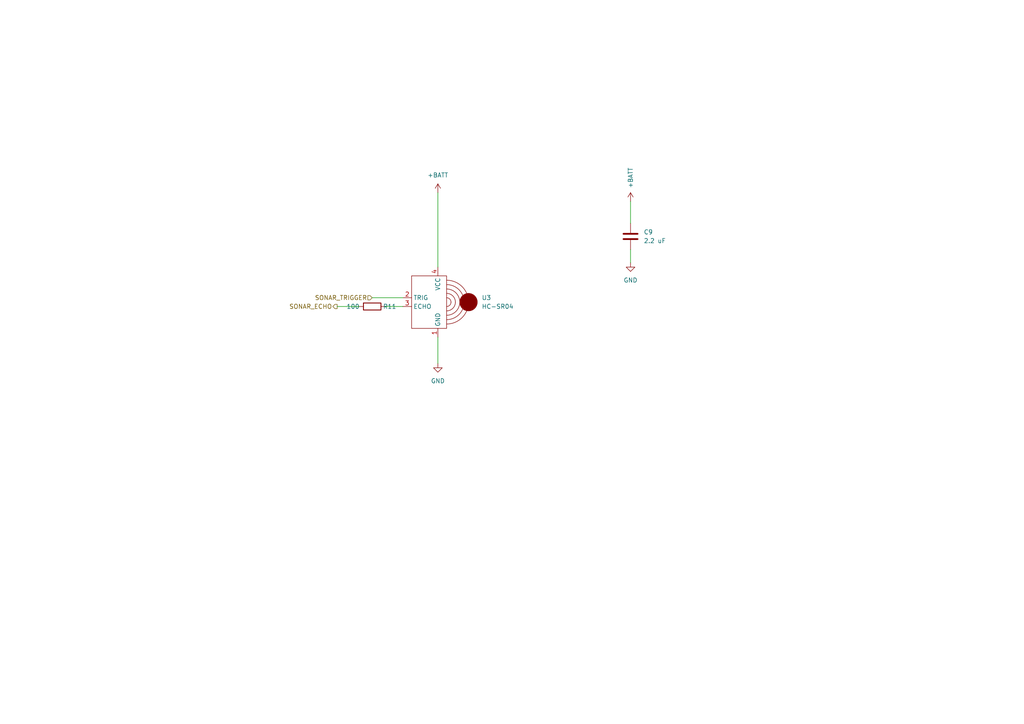
<source format=kicad_sch>
(kicad_sch (version 20230121) (generator eeschema)
  (paper "A4")
  (lib_symbols
    (symbol "Device:C" (pin_numbers hide) (pin_names (offset 0.254))
      (property "Reference" "C" (at 0.635 2.54 0))
      (property "Value" "C" (at 0.635 -2.54 0))
      (symbol "C_0_1"
        (polyline (pts (xy -2.032 -0.762) (xy 2.032 -0.762)) (stroke (width 0.508)))
        (polyline (pts (xy -2.032 0.762) (xy 2.032 0.762)) (stroke (width 0.508)))
      )
      (symbol "C_1_1"
        (pin passive line (at 0 3.81 270) (length 2.794) (name "~") (number "1"))
        (pin passive line (at 0 -3.81 90) (length 2.794) (name "~") (number "2"))
      )
    )
    (symbol "Device:R" (pin_numbers hide) (pin_names (offset 0))
      (property "Reference" "R" (at 2.032 0 90))
      (property "Value" "R" (at 0 0 90))
      (symbol "R_0_1"
        (rectangle (start -1.016 -2.54) (end 1.016 2.54) (stroke (width 0.254)))
      )
      (symbol "R_1_1"
        (pin passive line (at 0 3.81 270) (length 1.27) (name "~") (number "1"))
        (pin passive line (at 0 -3.81 90) (length 1.27) (name "~") (number "2"))
      )
    )
    (symbol "minimouse:HC-SR04"
      (property "Reference" "U" (at 0 0 0))
      (property "Value" "HC-SR04" (at 0 0 0))
      (symbol "HC-SR04_0_1"
        (rectangle (start -7.62 7.62) (end 2.54 -7.62))
        (arc (start 2.54 -6.35) (mid 7.0301 -4.4901) (end 8.89 0))
        (arc (start 2.54 -5.08) (mid 6.1321 -3.5921) (end 7.62 0))
        (arc (start 2.54 -3.81) (mid 5.2341 -2.6941) (end 6.35 0))
        (arc (start 2.54 -2.54) (mid 4.3361 -1.7961) (end 5.08 0))
        (arc (start 2.54 -1.27) (mid 3.438 -0.898) (end 3.81 0))
        (arc (start 3.81 0) (mid 3.438 0.898) (end 2.54 1.27))
        (arc (start 5.08 0) (mid 4.3361 1.7961) (end 2.54 2.54))
        (arc (start 6.35 0) (mid 5.2341 2.6941) (end 2.54 3.81))
        (arc (start 7.62 0) (mid 6.1321 3.5921) (end 2.54 5.08))
        (arc (start 8.89 0) (mid 7.0301 4.4901) (end 2.54 6.35))
      )
      (symbol "HC-SR04_1_1"
        (circle (center 8.89 0) (radius 2.54) (fill (type outline)))
        (pin power_in line (at 0 -10.16 90) (length 2.54) (name "GND") (number "1"))
        (pin input line (at -10.16 1.27 0) (length 2.54) (name "TRIG") (number "2"))
        (pin output line (at -10.16 -1.27 0) (length 2.54) (name "ECHO") (number "3"))
        (pin power_in line (at 0 10.16 270) (length 2.54) (name "VCC") (number "4"))
      )
    )
    (symbol "power:+BATT" (power) (pin_names (offset 0))
      (property "Value" "+BATT" (at 0 3.556 0))
      (symbol "+BATT_0_1"
        (polyline (pts (xy -0.762 1.27) (xy 0 2.54)))
        (polyline (pts (xy 0 0) (xy 0 2.54)))
        (polyline (pts (xy 0 2.54) (xy 0.762 1.27)))
      )
      (symbol "+BATT_1_1"
        (pin power_in line (at 0 0 90) (length 0) hide (name "+BATT") (number "1"))
      )
    )
    (symbol "power:GND" (power) (pin_names (offset 0))
      (property "Value" "GND" (at 0 -3.81 0))
      (symbol "GND_0_1"
        (polyline (pts (xy 0 0) (xy 0 -1.27) (xy 1.27 -1.27) (xy 0 -2.54) (xy -1.27 -1.27) (xy 0 -1.27)))
      )
      (symbol "GND_1_1"
        (pin power_in line (at 0 0 270) (length 0) hide (name "GND") (number "1"))
      )
    )
  )
  (wire (pts (xy 182.88 58.42) (xy 182.88 64.77)))
  (wire (pts (xy 127 97.79) (xy 127 105.41)))
  (wire (pts (xy 127 55.88) (xy 127 77.47)))
  (wire (pts (xy 107.95 86.36) (xy 116.84 86.36)))
  (wire (pts (xy 111.76 88.9) (xy 116.84 88.9)))
  (wire (pts (xy 182.88 72.39) (xy 182.88 76.2)))
  (wire (pts (xy 97.79 88.9) (xy 104.14 88.9)))
  (hierarchical_label "SONAR_TRIGGER" (shape input) (at 107.95 86.36 180))
  (hierarchical_label "SONAR_ECHO" (shape output) (at 97.79 88.9 180))
  (symbol (lib_id "Device:R") (at 107.95 88.9 90) (unit 1)
    (property "Reference" "R11" (at 113.03 88.9 90))
    (property "Value" "100 " (at 102.87 88.9 90))
    (instances (project "minimouse" (path "" (reference "R11") (unit 1)) (path "" (reference "R12") (unit 1))))
  )
  (symbol (lib_id "minimouse:HC-SR04") (at 127 87.63 0) (unit 1)
    (property "Reference" "U3" (at 139.7 86.36 0) (effects (justify left)))
    (property "Value" "HC-SR04" (at 139.7 88.9 0) (effects (justify left)))
    (property "Footprint" "minimouse:HC-SR04" (effects hide))
  )
  (symbol (lib_id "power:+BATT") (at 127 55.88 0) (unit 1)
    (property "Reference" "#PWR025" (effects hide))
    (property "Value" "+BATT" (at 127 50.8 0))
  )
  (symbol (lib_id "power:GND") (at 127 105.41 0) (unit 1)
    (property "Reference" "#PWR024" (effects hide))
    (property "Value" "GND" (at 127 110.49 0))
  )
  (symbol (lib_id "power:+BATT") (at 182.88 58.42 0) (unit 1)
    (property "Reference" "#PWR029" (effects hide))
    (property "Value" "+BATT" (at 182.88 54.61 90) (effects (justify left)))
    (instances (project "minimouse" (path "" (reference "#PWR029") (unit 1)) (path "" (reference "#PWR030") (unit 1)) (path "" (reference "#PWR031") (unit 1))))
  )
  (symbol (lib_id "Device:C") (at 182.88 68.58 0) (unit 1)
    (property "Reference" "C9" (at 186.69 67.31 0) (effects (justify left)))
    (property "Value" "2.2 uF" (at 186.69 69.85 0) (effects (justify left)))
    (instances (project "minimouse" (path "" (reference "C9") (unit 1)) (path "" (reference "C7") (unit 1)) (path "" (reference "C8") (unit 1))))
  )
  (symbol (lib_id "power:GND") (at 182.88 76.2 0) (unit 1)
    (property "Reference" "#PWR027" (effects hide))
    (property "Value" "GND" (at 182.88 81.28 0))
    (instances (project "minimouse" (path "" (reference "#PWR027") (unit 1)) (path "" (reference "#PWR028") (unit 1)) (path "" (reference "#PWR032") (unit 1))))
  )
)
</source>
